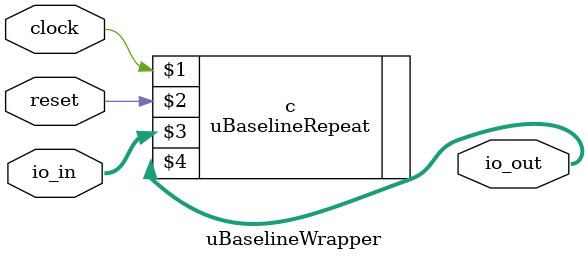
<source format=v>
module uBaselineWrapper(
  input wire clock,
  input wire reset,
  input wire [9:0] io_in,
  output wire [9:0] io_out
);
  uBaselineRepeat c(clock, reset, io_in, io_out);
endmodule
</source>
